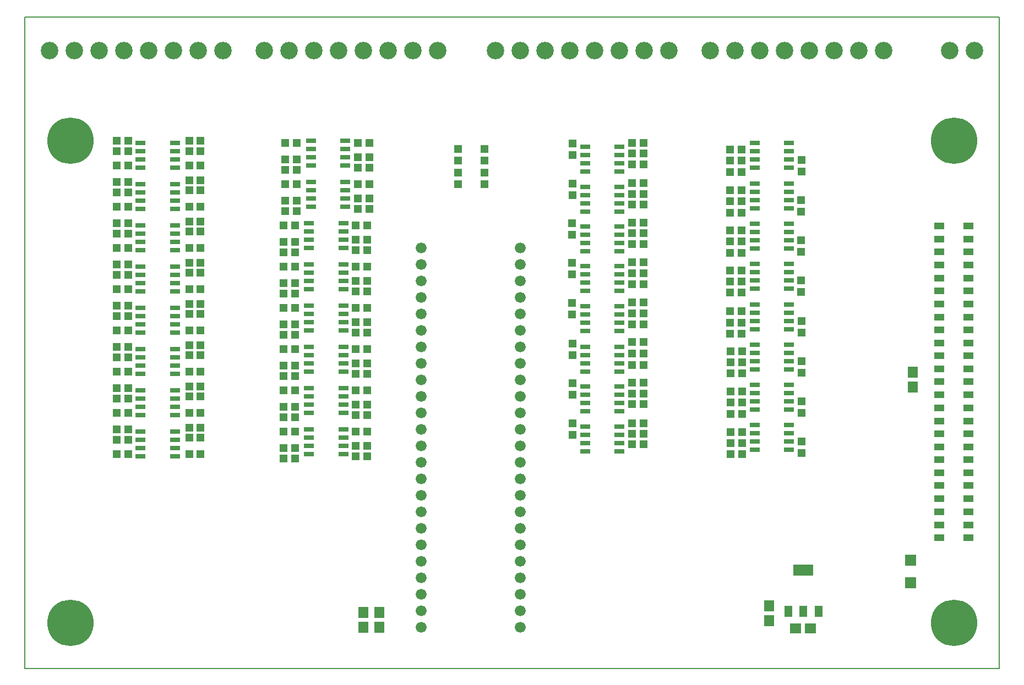
<source format=gbr>
%FSLAX23Y23*%
%MOIN*%
G04 EasyPC Gerber Version 17.0 Build 3379 *
%ADD109R,0.04537X0.04891*%
%ADD97R,0.05088X0.07096*%
%ADD95R,0.06100X0.06600*%
%ADD105R,0.06112X0.03159*%
%ADD26R,0.06112X0.04104*%
%ADD107R,0.06900X0.06900*%
%ADD10C,0.00500*%
%ADD27C,0.06600*%
%ADD126C,0.10600*%
%ADD25C,0.28100*%
%ADD138R,0.04891X0.04537*%
%ADD100R,0.06600X0.06100*%
%ADD98R,0.12411X0.07096*%
X0Y0D02*
D02*
D10*
X3Y3D02*
X5903D01*
Y3953*
X3*
Y3*
D02*
D25*
X278Y278D03*
Y3203D03*
X5628Y278D03*
Y3203D03*
D02*
D26*
X5539Y795D03*
Y873D03*
Y952D03*
Y1031D03*
Y1110D03*
Y1188D03*
Y1267D03*
Y1346D03*
Y1425D03*
Y1503D03*
Y1582D03*
Y1661D03*
Y1740D03*
Y1818D03*
Y1897D03*
Y1976D03*
Y2054D03*
Y2133D03*
Y2212D03*
Y2291D03*
Y2369D03*
Y2448D03*
Y2527D03*
Y2606D03*
Y2684D03*
X5716Y795D03*
Y873D03*
Y952D03*
Y1031D03*
Y1110D03*
Y1188D03*
Y1267D03*
Y1346D03*
Y1425D03*
Y1503D03*
Y1582D03*
Y1661D03*
Y1740D03*
Y1818D03*
Y1897D03*
Y1976D03*
Y2054D03*
Y2133D03*
Y2212D03*
Y2291D03*
Y2369D03*
Y2448D03*
Y2527D03*
Y2606D03*
Y2684D03*
D02*
D27*
X2403Y253D03*
Y353D03*
Y453D03*
Y553D03*
Y653D03*
Y753D03*
Y853D03*
Y953D03*
Y1053D03*
Y1153D03*
Y1252D03*
Y1353D03*
Y1453D03*
Y1553D03*
Y1653D03*
Y1753D03*
Y1853D03*
Y1953D03*
Y2053D03*
Y2153D03*
Y2253D03*
Y2353D03*
Y2453D03*
Y2553D03*
X3003Y253D03*
Y353D03*
Y453D03*
Y553D03*
Y653D03*
Y753D03*
Y853D03*
Y953D03*
Y1053D03*
Y1153D03*
Y1252D03*
Y1353D03*
Y1453D03*
Y1553D03*
Y1653D03*
Y1753D03*
Y1853D03*
Y1953D03*
Y2053D03*
Y2153D03*
Y2253D03*
Y2353D03*
Y2453D03*
Y2553D03*
D02*
D95*
X2053Y253D03*
Y343D03*
X2148Y253D03*
Y343D03*
X4509Y291D03*
Y381D03*
X5378Y1708D03*
Y1798D03*
D02*
D97*
X4626Y348D03*
X4717D03*
X4808D03*
D02*
D98*
X4717Y598D03*
D02*
D100*
X4670Y245D03*
X4760D03*
D02*
D105*
X703Y1288D03*
Y1338D03*
Y1388D03*
Y1438D03*
Y1538D03*
Y1588D03*
Y1638D03*
Y1688D03*
Y1788D03*
Y1838D03*
Y1888D03*
Y1938D03*
Y2038D03*
Y2088D03*
Y2138D03*
Y2188D03*
Y2288D03*
Y2338D03*
Y2388D03*
Y2438D03*
Y2538D03*
Y2588D03*
Y2638D03*
Y2688D03*
Y2788D03*
Y2838D03*
Y2888D03*
Y2938D03*
Y3038D03*
Y3088D03*
Y3138D03*
Y3188D03*
X912Y1288D03*
Y1338D03*
Y1388D03*
Y1438D03*
Y1538D03*
Y1588D03*
Y1638D03*
Y1688D03*
Y1788D03*
Y1838D03*
Y1888D03*
Y1938D03*
Y2038D03*
Y2088D03*
Y2138D03*
Y2188D03*
Y2288D03*
Y2338D03*
Y2388D03*
Y2438D03*
Y2538D03*
Y2588D03*
Y2638D03*
Y2688D03*
Y2788D03*
Y2838D03*
Y2888D03*
Y2938D03*
Y3038D03*
Y3088D03*
Y3138D03*
Y3188D03*
X1723Y1300D03*
Y1350D03*
Y1400D03*
Y1450D03*
Y1550D03*
Y1600D03*
Y1650D03*
Y1700D03*
Y1800D03*
Y1850D03*
Y1900D03*
Y1950D03*
Y2050D03*
Y2100D03*
Y2150D03*
Y2200D03*
Y2300D03*
Y2350D03*
Y2400D03*
Y2450D03*
Y2550D03*
Y2600D03*
Y2650D03*
Y2700D03*
X1736Y2800D03*
Y2850D03*
Y2900D03*
Y2950D03*
Y3050D03*
Y3100D03*
Y3150D03*
Y3200D03*
X1932Y1300D03*
Y1350D03*
Y1400D03*
Y1450D03*
Y1550D03*
Y1600D03*
Y1650D03*
Y1700D03*
Y1800D03*
Y1850D03*
Y1900D03*
Y1950D03*
Y2050D03*
Y2100D03*
Y2150D03*
Y2200D03*
Y2300D03*
Y2350D03*
Y2400D03*
Y2450D03*
Y2550D03*
Y2600D03*
Y2650D03*
Y2700D03*
X1944Y2800D03*
Y2850D03*
Y2900D03*
Y2950D03*
Y3050D03*
Y3100D03*
Y3150D03*
Y3200D03*
X3395Y1317D03*
Y1367D03*
Y1417D03*
Y1467D03*
Y1561D03*
Y1611D03*
Y1661D03*
Y1711D03*
Y1803D03*
Y1853D03*
Y1903D03*
Y1953D03*
Y2047D03*
Y2097D03*
Y2147D03*
Y2197D03*
Y2290D03*
Y2340D03*
Y2390D03*
Y2440D03*
Y2532D03*
Y2582D03*
Y2632D03*
Y2682D03*
Y2773D03*
Y2823D03*
Y2873D03*
Y2923D03*
Y3015D03*
Y3065D03*
Y3115D03*
Y3165D03*
X3604Y1317D03*
Y1367D03*
Y1417D03*
Y1467D03*
Y1561D03*
Y1611D03*
Y1661D03*
Y1711D03*
Y1803D03*
Y1853D03*
Y1903D03*
Y1953D03*
Y2047D03*
Y2097D03*
Y2147D03*
Y2197D03*
Y2290D03*
Y2340D03*
Y2390D03*
Y2440D03*
Y2532D03*
Y2582D03*
Y2632D03*
Y2682D03*
Y2773D03*
Y2823D03*
Y2873D03*
Y2923D03*
Y3015D03*
Y3065D03*
Y3115D03*
Y3165D03*
X4422Y1327D03*
Y1377D03*
Y1427D03*
Y1477D03*
Y1571D03*
Y1621D03*
Y1671D03*
Y1721D03*
Y1816D03*
Y1866D03*
Y1916D03*
Y1966D03*
Y2059D03*
Y2109D03*
Y2159D03*
Y2209D03*
Y2305D03*
Y2355D03*
Y2405D03*
Y2455D03*
Y2547D03*
Y2597D03*
Y2647D03*
Y2697D03*
Y2792D03*
Y2842D03*
Y2892D03*
Y2942D03*
Y3038D03*
Y3088D03*
Y3138D03*
Y3188D03*
X4631Y1327D03*
Y1377D03*
Y1427D03*
Y1477D03*
Y1571D03*
Y1621D03*
Y1671D03*
Y1721D03*
Y1816D03*
Y1866D03*
Y1916D03*
Y1966D03*
Y2059D03*
Y2109D03*
Y2159D03*
Y2209D03*
Y2305D03*
Y2355D03*
Y2405D03*
Y2455D03*
Y2547D03*
Y2597D03*
Y2647D03*
Y2697D03*
Y2792D03*
Y2842D03*
Y2892D03*
Y2942D03*
Y3038D03*
Y3088D03*
Y3138D03*
Y3188D03*
D02*
D107*
X5365Y523D03*
Y657D03*
D02*
D109*
X2626Y2937D03*
Y3007D03*
X2626Y3080D03*
Y3150D03*
X2786Y2939D03*
Y3009D03*
X2786Y3082D03*
Y3152D03*
X3316Y2390D03*
Y2460D03*
Y2633D03*
Y2703D03*
X3317Y2148D03*
Y2218D03*
X3318Y1418D03*
Y1488D03*
X3319Y1661D03*
Y1731D03*
Y1903D03*
Y1973D03*
X3320Y2873D03*
Y2943D03*
Y3115D03*
Y3185D03*
X4704Y2285D03*
Y2355D03*
Y2527D03*
Y2597D03*
Y2772D03*
Y2842D03*
X4705Y1551D03*
Y1621D03*
Y1796D03*
Y1866D03*
Y3016D03*
Y3086D03*
X4707Y1308D03*
Y1378D03*
Y2038D03*
Y2108D03*
D02*
D126*
X153Y3748D03*
X303D03*
X453D03*
X603D03*
X753D03*
X903D03*
X1053D03*
X1202D03*
X1453D03*
X1603D03*
X1753D03*
X1903D03*
X2053D03*
X2203D03*
X2353D03*
X2503D03*
X2853D03*
X3003D03*
X3153D03*
X3303D03*
X3453D03*
X3603D03*
X3753D03*
X3903D03*
X4153D03*
X4303D03*
X4453D03*
X4603D03*
X4753D03*
X4903D03*
X5053D03*
X5203D03*
X5603D03*
X5753D03*
D02*
D138*
X560Y1300D03*
Y1388D03*
Y1450D03*
Y1550D03*
Y1638D03*
Y1700D03*
Y1800D03*
Y1888D03*
Y1950D03*
Y2050D03*
Y2138D03*
Y2200D03*
Y2300D03*
Y2388D03*
Y2450D03*
Y2550D03*
Y2638D03*
Y2700D03*
Y2800D03*
Y2888D03*
Y2950D03*
Y3050D03*
Y3138D03*
Y3200D03*
X630Y1300D03*
Y1388D03*
Y1450D03*
Y1550D03*
Y1638D03*
Y1700D03*
Y1800D03*
Y1888D03*
Y1950D03*
Y2050D03*
Y2138D03*
Y2200D03*
Y2300D03*
Y2388D03*
Y2450D03*
Y2550D03*
Y2638D03*
Y2700D03*
Y2800D03*
Y2888D03*
Y2950D03*
Y3050D03*
Y3138D03*
Y3200D03*
X998Y1300D03*
Y1400D03*
Y1463D03*
Y1550D03*
Y1650D03*
Y1713D03*
Y1800D03*
Y1900D03*
Y1963D03*
Y2050D03*
Y2150D03*
Y2213D03*
Y2300D03*
Y2400D03*
Y2463D03*
Y2550D03*
Y2650D03*
Y2713D03*
Y2800D03*
Y2900D03*
Y2963D03*
Y3050D03*
Y3138D03*
Y3200D03*
X1067Y1300D03*
Y1400D03*
Y1463D03*
Y1550D03*
Y1650D03*
Y1713D03*
Y1800D03*
Y1900D03*
Y1963D03*
Y2050D03*
Y2150D03*
Y2213D03*
Y2300D03*
Y2400D03*
Y2463D03*
Y2550D03*
Y2650D03*
Y2713D03*
Y2800D03*
Y2900D03*
Y2963D03*
Y3050D03*
Y3138D03*
Y3200D03*
X1568Y1275D03*
Y1338D03*
Y1438D03*
Y1525D03*
Y1588D03*
Y1688D03*
Y1775D03*
Y1838D03*
Y1938D03*
Y2025D03*
Y2088D03*
Y2188D03*
Y2275D03*
Y2338D03*
Y2438D03*
Y2525D03*
Y2588D03*
Y2688D03*
X1580Y2775D03*
Y2838D03*
Y2938D03*
Y3025D03*
Y3088D03*
Y3188D03*
X1638Y1275D03*
Y1338D03*
Y1438D03*
Y1525D03*
Y1588D03*
Y1688D03*
Y1775D03*
Y1838D03*
Y1938D03*
Y2025D03*
Y2088D03*
Y2188D03*
Y2275D03*
Y2338D03*
Y2438D03*
Y2525D03*
Y2588D03*
Y2688D03*
X1650Y2775D03*
Y2838D03*
Y2938D03*
Y3025D03*
Y3088D03*
Y3188D03*
X2005Y1288D03*
Y1350D03*
Y1438D03*
Y1538D03*
Y1600D03*
Y1688D03*
Y1788D03*
Y1850D03*
Y1938D03*
Y2038D03*
Y2100D03*
Y2188D03*
Y2288D03*
Y2350D03*
Y2438D03*
Y2538D03*
Y2600D03*
Y2688D03*
X2018Y2788D03*
Y2850D03*
Y2938D03*
Y3038D03*
Y3100D03*
Y3188D03*
X2075Y1288D03*
Y1350D03*
Y1438D03*
Y1538D03*
Y1600D03*
Y1688D03*
Y1788D03*
Y1850D03*
Y1938D03*
Y2038D03*
Y2100D03*
Y2188D03*
Y2288D03*
Y2350D03*
Y2438D03*
Y2538D03*
Y2600D03*
Y2688D03*
X2088Y2788D03*
Y2850D03*
Y2938D03*
Y3038D03*
Y3100D03*
Y3188D03*
X3678Y1360D03*
Y1424D03*
Y1489D03*
X3679Y1604D03*
Y1669D03*
Y1734D03*
X3680Y1843D03*
Y1912D03*
Y1981D03*
Y2089D03*
Y2155D03*
Y2222D03*
Y2333D03*
Y2397D03*
Y2464D03*
Y2575D03*
Y2641D03*
Y2706D03*
Y2814D03*
Y2879D03*
Y2944D03*
Y3058D03*
Y3124D03*
Y3189D03*
X3748Y1360D03*
Y1424D03*
Y1489D03*
X3749Y1604D03*
Y1669D03*
Y1734D03*
X3750Y1843D03*
Y1912D03*
Y1981D03*
Y2089D03*
Y2155D03*
Y2222D03*
Y2333D03*
Y2397D03*
Y2464D03*
Y2575D03*
Y2641D03*
Y2706D03*
Y2814D03*
Y2879D03*
Y2944D03*
Y3058D03*
Y3124D03*
Y3189D03*
X4273Y2522D03*
Y2590D03*
Y2658D03*
Y3013D03*
Y3080D03*
Y3148D03*
X4274Y2032D03*
Y2099D03*
Y2168D03*
Y2280D03*
Y2348D03*
Y2415D03*
Y2766D03*
Y2834D03*
Y2902D03*
X4276Y1302D03*
Y1369D03*
Y1436D03*
Y1544D03*
Y1614D03*
Y1682D03*
Y1791D03*
Y1858D03*
Y1926D03*
X4343Y2522D03*
Y2590D03*
Y2658D03*
Y3013D03*
Y3080D03*
Y3148D03*
X4344Y2032D03*
Y2099D03*
Y2168D03*
Y2280D03*
Y2348D03*
Y2415D03*
Y2766D03*
Y2834D03*
Y2902D03*
X4346Y1302D03*
Y1369D03*
Y1436D03*
Y1544D03*
Y1614D03*
Y1682D03*
Y1791D03*
Y1858D03*
Y1926D03*
X0Y0D02*
M02*

</source>
